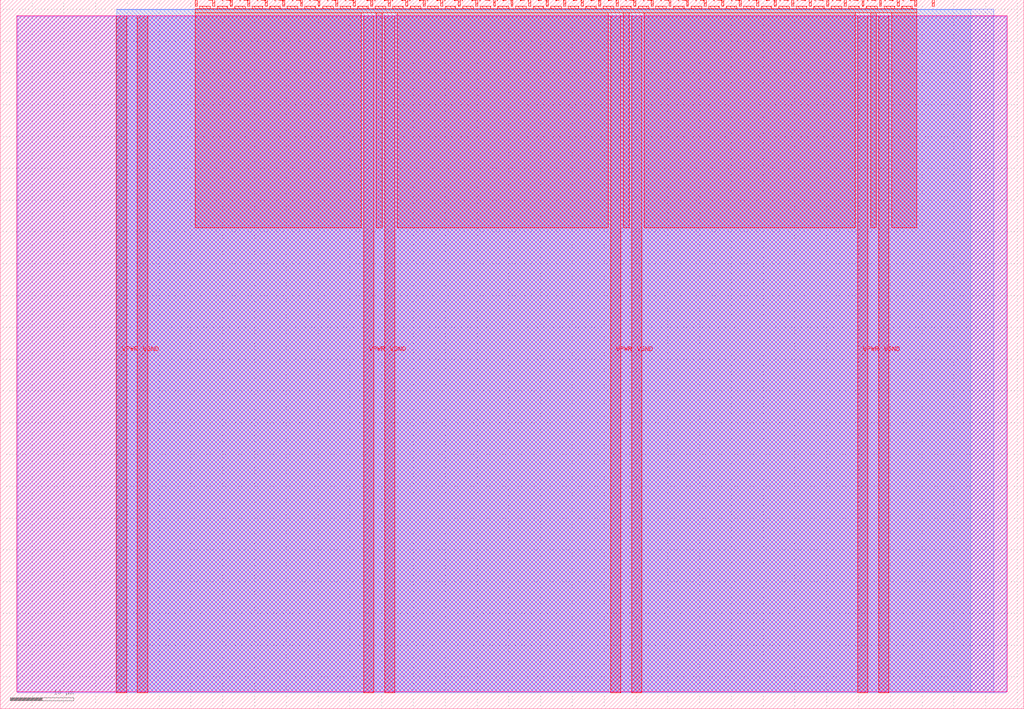
<source format=lef>
VERSION 5.7 ;
  NOWIREEXTENSIONATPIN ON ;
  DIVIDERCHAR "/" ;
  BUSBITCHARS "[]" ;
MACRO tt_um_stress_sensor
  CLASS BLOCK ;
  FOREIGN tt_um_stress_sensor ;
  ORIGIN 0.000 0.000 ;
  SIZE 161.000 BY 111.520 ;
  PIN VGND
    DIRECTION INOUT ;
    USE GROUND ;
    PORT
      LAYER met4 ;
        RECT 21.580 2.480 23.180 109.040 ;
    END
    PORT
      LAYER met4 ;
        RECT 60.450 2.480 62.050 109.040 ;
    END
    PORT
      LAYER met4 ;
        RECT 99.320 2.480 100.920 109.040 ;
    END
    PORT
      LAYER met4 ;
        RECT 138.190 2.480 139.790 109.040 ;
    END
  END VGND
  PIN VPWR
    DIRECTION INOUT ;
    USE POWER ;
    PORT
      LAYER met4 ;
        RECT 18.280 2.480 19.880 109.040 ;
    END
    PORT
      LAYER met4 ;
        RECT 57.150 2.480 58.750 109.040 ;
    END
    PORT
      LAYER met4 ;
        RECT 96.020 2.480 97.620 109.040 ;
    END
    PORT
      LAYER met4 ;
        RECT 134.890 2.480 136.490 109.040 ;
    END
  END VPWR
  PIN clk
    DIRECTION INPUT ;
    USE SIGNAL ;
    ANTENNAGATEAREA 0.852000 ;
    PORT
      LAYER met4 ;
        RECT 143.830 110.520 144.130 111.520 ;
    END
  END clk
  PIN ena
    DIRECTION INPUT ;
    USE SIGNAL ;
    PORT
      LAYER met4 ;
        RECT 146.590 110.520 146.890 111.520 ;
    END
  END ena
  PIN rst_n
    DIRECTION INPUT ;
    USE SIGNAL ;
    ANTENNAGATEAREA 0.196500 ;
    PORT
      LAYER met4 ;
        RECT 141.070 110.520 141.370 111.520 ;
    END
  END rst_n
  PIN ui_in[0]
    DIRECTION INPUT ;
    USE SIGNAL ;
    ANTENNAGATEAREA 0.213000 ;
    PORT
      LAYER met4 ;
        RECT 138.310 110.520 138.610 111.520 ;
    END
  END ui_in[0]
  PIN ui_in[1]
    DIRECTION INPUT ;
    USE SIGNAL ;
    ANTENNAGATEAREA 0.159000 ;
    PORT
      LAYER met4 ;
        RECT 135.550 110.520 135.850 111.520 ;
    END
  END ui_in[1]
  PIN ui_in[2]
    DIRECTION INPUT ;
    USE SIGNAL ;
    ANTENNAGATEAREA 0.159000 ;
    PORT
      LAYER met4 ;
        RECT 132.790 110.520 133.090 111.520 ;
    END
  END ui_in[2]
  PIN ui_in[3]
    DIRECTION INPUT ;
    USE SIGNAL ;
    PORT
      LAYER met4 ;
        RECT 130.030 110.520 130.330 111.520 ;
    END
  END ui_in[3]
  PIN ui_in[4]
    DIRECTION INPUT ;
    USE SIGNAL ;
    PORT
      LAYER met4 ;
        RECT 127.270 110.520 127.570 111.520 ;
    END
  END ui_in[4]
  PIN ui_in[5]
    DIRECTION INPUT ;
    USE SIGNAL ;
    PORT
      LAYER met4 ;
        RECT 124.510 110.520 124.810 111.520 ;
    END
  END ui_in[5]
  PIN ui_in[6]
    DIRECTION INPUT ;
    USE SIGNAL ;
    PORT
      LAYER met4 ;
        RECT 121.750 110.520 122.050 111.520 ;
    END
  END ui_in[6]
  PIN ui_in[7]
    DIRECTION INPUT ;
    USE SIGNAL ;
    PORT
      LAYER met4 ;
        RECT 118.990 110.520 119.290 111.520 ;
    END
  END ui_in[7]
  PIN uio_in[0]
    DIRECTION INPUT ;
    USE SIGNAL ;
    PORT
      LAYER met4 ;
        RECT 116.230 110.520 116.530 111.520 ;
    END
  END uio_in[0]
  PIN uio_in[1]
    DIRECTION INPUT ;
    USE SIGNAL ;
    PORT
      LAYER met4 ;
        RECT 113.470 110.520 113.770 111.520 ;
    END
  END uio_in[1]
  PIN uio_in[2]
    DIRECTION INPUT ;
    USE SIGNAL ;
    PORT
      LAYER met4 ;
        RECT 110.710 110.520 111.010 111.520 ;
    END
  END uio_in[2]
  PIN uio_in[3]
    DIRECTION INPUT ;
    USE SIGNAL ;
    PORT
      LAYER met4 ;
        RECT 107.950 110.520 108.250 111.520 ;
    END
  END uio_in[3]
  PIN uio_in[4]
    DIRECTION INPUT ;
    USE SIGNAL ;
    PORT
      LAYER met4 ;
        RECT 105.190 110.520 105.490 111.520 ;
    END
  END uio_in[4]
  PIN uio_in[5]
    DIRECTION INPUT ;
    USE SIGNAL ;
    PORT
      LAYER met4 ;
        RECT 102.430 110.520 102.730 111.520 ;
    END
  END uio_in[5]
  PIN uio_in[6]
    DIRECTION INPUT ;
    USE SIGNAL ;
    PORT
      LAYER met4 ;
        RECT 99.670 110.520 99.970 111.520 ;
    END
  END uio_in[6]
  PIN uio_in[7]
    DIRECTION INPUT ;
    USE SIGNAL ;
    PORT
      LAYER met4 ;
        RECT 96.910 110.520 97.210 111.520 ;
    END
  END uio_in[7]
  PIN uio_oe[0]
    DIRECTION OUTPUT ;
    USE SIGNAL ;
    PORT
      LAYER met4 ;
        RECT 49.990 110.520 50.290 111.520 ;
    END
  END uio_oe[0]
  PIN uio_oe[1]
    DIRECTION OUTPUT ;
    USE SIGNAL ;
    PORT
      LAYER met4 ;
        RECT 47.230 110.520 47.530 111.520 ;
    END
  END uio_oe[1]
  PIN uio_oe[2]
    DIRECTION OUTPUT ;
    USE SIGNAL ;
    PORT
      LAYER met4 ;
        RECT 44.470 110.520 44.770 111.520 ;
    END
  END uio_oe[2]
  PIN uio_oe[3]
    DIRECTION OUTPUT ;
    USE SIGNAL ;
    PORT
      LAYER met4 ;
        RECT 41.710 110.520 42.010 111.520 ;
    END
  END uio_oe[3]
  PIN uio_oe[4]
    DIRECTION OUTPUT ;
    USE SIGNAL ;
    PORT
      LAYER met4 ;
        RECT 38.950 110.520 39.250 111.520 ;
    END
  END uio_oe[4]
  PIN uio_oe[5]
    DIRECTION OUTPUT ;
    USE SIGNAL ;
    PORT
      LAYER met4 ;
        RECT 36.190 110.520 36.490 111.520 ;
    END
  END uio_oe[5]
  PIN uio_oe[6]
    DIRECTION OUTPUT ;
    USE SIGNAL ;
    PORT
      LAYER met4 ;
        RECT 33.430 110.520 33.730 111.520 ;
    END
  END uio_oe[6]
  PIN uio_oe[7]
    DIRECTION OUTPUT ;
    USE SIGNAL ;
    PORT
      LAYER met4 ;
        RECT 30.670 110.520 30.970 111.520 ;
    END
  END uio_oe[7]
  PIN uio_out[0]
    DIRECTION OUTPUT ;
    USE SIGNAL ;
    PORT
      LAYER met4 ;
        RECT 72.070 110.520 72.370 111.520 ;
    END
  END uio_out[0]
  PIN uio_out[1]
    DIRECTION OUTPUT ;
    USE SIGNAL ;
    PORT
      LAYER met4 ;
        RECT 69.310 110.520 69.610 111.520 ;
    END
  END uio_out[1]
  PIN uio_out[2]
    DIRECTION OUTPUT ;
    USE SIGNAL ;
    PORT
      LAYER met4 ;
        RECT 66.550 110.520 66.850 111.520 ;
    END
  END uio_out[2]
  PIN uio_out[3]
    DIRECTION OUTPUT ;
    USE SIGNAL ;
    PORT
      LAYER met4 ;
        RECT 63.790 110.520 64.090 111.520 ;
    END
  END uio_out[3]
  PIN uio_out[4]
    DIRECTION OUTPUT ;
    USE SIGNAL ;
    PORT
      LAYER met4 ;
        RECT 61.030 110.520 61.330 111.520 ;
    END
  END uio_out[4]
  PIN uio_out[5]
    DIRECTION OUTPUT ;
    USE SIGNAL ;
    PORT
      LAYER met4 ;
        RECT 58.270 110.520 58.570 111.520 ;
    END
  END uio_out[5]
  PIN uio_out[6]
    DIRECTION OUTPUT ;
    USE SIGNAL ;
    PORT
      LAYER met4 ;
        RECT 55.510 110.520 55.810 111.520 ;
    END
  END uio_out[6]
  PIN uio_out[7]
    DIRECTION OUTPUT ;
    USE SIGNAL ;
    PORT
      LAYER met4 ;
        RECT 52.750 110.520 53.050 111.520 ;
    END
  END uio_out[7]
  PIN uo_out[0]
    DIRECTION OUTPUT ;
    USE SIGNAL ;
    ANTENNADIFFAREA 0.445500 ;
    PORT
      LAYER met4 ;
        RECT 94.150 110.520 94.450 111.520 ;
    END
  END uo_out[0]
  PIN uo_out[1]
    DIRECTION OUTPUT ;
    USE SIGNAL ;
    PORT
      LAYER met4 ;
        RECT 91.390 110.520 91.690 111.520 ;
    END
  END uo_out[1]
  PIN uo_out[2]
    DIRECTION OUTPUT ;
    USE SIGNAL ;
    PORT
      LAYER met4 ;
        RECT 88.630 110.520 88.930 111.520 ;
    END
  END uo_out[2]
  PIN uo_out[3]
    DIRECTION OUTPUT ;
    USE SIGNAL ;
    PORT
      LAYER met4 ;
        RECT 85.870 110.520 86.170 111.520 ;
    END
  END uo_out[3]
  PIN uo_out[4]
    DIRECTION OUTPUT ;
    USE SIGNAL ;
    PORT
      LAYER met4 ;
        RECT 83.110 110.520 83.410 111.520 ;
    END
  END uo_out[4]
  PIN uo_out[5]
    DIRECTION OUTPUT ;
    USE SIGNAL ;
    PORT
      LAYER met4 ;
        RECT 80.350 110.520 80.650 111.520 ;
    END
  END uo_out[5]
  PIN uo_out[6]
    DIRECTION OUTPUT ;
    USE SIGNAL ;
    PORT
      LAYER met4 ;
        RECT 77.590 110.520 77.890 111.520 ;
    END
  END uo_out[6]
  PIN uo_out[7]
    DIRECTION OUTPUT ;
    USE SIGNAL ;
    PORT
      LAYER met4 ;
        RECT 74.830 110.520 75.130 111.520 ;
    END
  END uo_out[7]
  OBS
      LAYER nwell ;
        RECT 2.570 2.635 158.430 108.990 ;
      LAYER li1 ;
        RECT 2.760 2.635 158.240 108.885 ;
      LAYER met1 ;
        RECT 2.760 2.480 158.240 109.040 ;
      LAYER met2 ;
        RECT 18.310 2.535 156.300 110.005 ;
      LAYER met3 ;
        RECT 18.290 2.555 152.655 109.985 ;
      LAYER met4 ;
        RECT 31.370 110.120 33.030 110.520 ;
        RECT 34.130 110.120 35.790 110.520 ;
        RECT 36.890 110.120 38.550 110.520 ;
        RECT 39.650 110.120 41.310 110.520 ;
        RECT 42.410 110.120 44.070 110.520 ;
        RECT 45.170 110.120 46.830 110.520 ;
        RECT 47.930 110.120 49.590 110.520 ;
        RECT 50.690 110.120 52.350 110.520 ;
        RECT 53.450 110.120 55.110 110.520 ;
        RECT 56.210 110.120 57.870 110.520 ;
        RECT 58.970 110.120 60.630 110.520 ;
        RECT 61.730 110.120 63.390 110.520 ;
        RECT 64.490 110.120 66.150 110.520 ;
        RECT 67.250 110.120 68.910 110.520 ;
        RECT 70.010 110.120 71.670 110.520 ;
        RECT 72.770 110.120 74.430 110.520 ;
        RECT 75.530 110.120 77.190 110.520 ;
        RECT 78.290 110.120 79.950 110.520 ;
        RECT 81.050 110.120 82.710 110.520 ;
        RECT 83.810 110.120 85.470 110.520 ;
        RECT 86.570 110.120 88.230 110.520 ;
        RECT 89.330 110.120 90.990 110.520 ;
        RECT 92.090 110.120 93.750 110.520 ;
        RECT 94.850 110.120 96.510 110.520 ;
        RECT 97.610 110.120 99.270 110.520 ;
        RECT 100.370 110.120 102.030 110.520 ;
        RECT 103.130 110.120 104.790 110.520 ;
        RECT 105.890 110.120 107.550 110.520 ;
        RECT 108.650 110.120 110.310 110.520 ;
        RECT 111.410 110.120 113.070 110.520 ;
        RECT 114.170 110.120 115.830 110.520 ;
        RECT 116.930 110.120 118.590 110.520 ;
        RECT 119.690 110.120 121.350 110.520 ;
        RECT 122.450 110.120 124.110 110.520 ;
        RECT 125.210 110.120 126.870 110.520 ;
        RECT 127.970 110.120 129.630 110.520 ;
        RECT 130.730 110.120 132.390 110.520 ;
        RECT 133.490 110.120 135.150 110.520 ;
        RECT 136.250 110.120 137.910 110.520 ;
        RECT 139.010 110.120 140.670 110.520 ;
        RECT 141.770 110.120 143.430 110.520 ;
        RECT 30.655 109.440 144.145 110.120 ;
        RECT 30.655 75.655 56.750 109.440 ;
        RECT 59.150 75.655 60.050 109.440 ;
        RECT 62.450 75.655 95.620 109.440 ;
        RECT 98.020 75.655 98.920 109.440 ;
        RECT 101.320 75.655 134.490 109.440 ;
        RECT 136.890 75.655 137.790 109.440 ;
        RECT 140.190 75.655 144.145 109.440 ;
  END
END tt_um_stress_sensor
END LIBRARY


</source>
